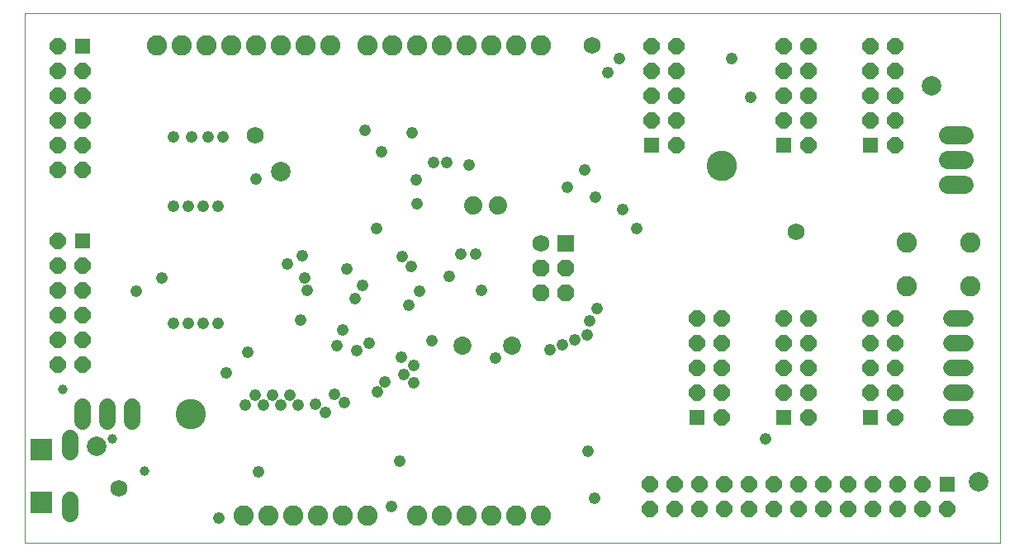
<source format=gbs>
G75*
%MOIN*%
%OFA0B0*%
%FSLAX24Y24*%
%IPPOS*%
%LPD*%
%AMOC8*
5,1,8,0,0,1.08239X$1,22.5*
%
%ADD10C,0.0000*%
%ADD11C,0.1222*%
%ADD12C,0.0820*%
%ADD13R,0.0640X0.0640*%
%ADD14OC8,0.0640*%
%ADD15C,0.0740*%
%ADD16C,0.0730*%
%ADD17C,0.0730*%
%ADD18C,0.0680*%
%ADD19OC8,0.0680*%
%ADD20R,0.0680X0.0680*%
%ADD21C,0.0674*%
%ADD22C,0.0680*%
%ADD23C,0.0787*%
%ADD24R,0.0867X0.0867*%
%ADD25C,0.0476*%
%ADD26C,0.0390*%
D10*
X009750Y000930D02*
X009750Y022326D01*
X049120Y022326D01*
X049120Y000930D01*
X009750Y000930D01*
X015879Y006125D02*
X015881Y006172D01*
X015887Y006219D01*
X015896Y006265D01*
X015910Y006310D01*
X015927Y006354D01*
X015948Y006397D01*
X015972Y006437D01*
X015999Y006476D01*
X016030Y006512D01*
X016063Y006545D01*
X016099Y006576D01*
X016138Y006603D01*
X016178Y006627D01*
X016221Y006648D01*
X016265Y006665D01*
X016310Y006679D01*
X016356Y006688D01*
X016403Y006694D01*
X016450Y006696D01*
X016497Y006694D01*
X016544Y006688D01*
X016590Y006679D01*
X016635Y006665D01*
X016679Y006648D01*
X016722Y006627D01*
X016762Y006603D01*
X016801Y006576D01*
X016837Y006545D01*
X016870Y006512D01*
X016901Y006476D01*
X016928Y006437D01*
X016952Y006397D01*
X016973Y006354D01*
X016990Y006310D01*
X017004Y006265D01*
X017013Y006219D01*
X017019Y006172D01*
X017021Y006125D01*
X017019Y006078D01*
X017013Y006031D01*
X017004Y005985D01*
X016990Y005940D01*
X016973Y005896D01*
X016952Y005853D01*
X016928Y005813D01*
X016901Y005774D01*
X016870Y005738D01*
X016837Y005705D01*
X016801Y005674D01*
X016762Y005647D01*
X016722Y005623D01*
X016679Y005602D01*
X016635Y005585D01*
X016590Y005571D01*
X016544Y005562D01*
X016497Y005556D01*
X016450Y005554D01*
X016403Y005556D01*
X016356Y005562D01*
X016310Y005571D01*
X016265Y005585D01*
X016221Y005602D01*
X016178Y005623D01*
X016138Y005647D01*
X016099Y005674D01*
X016063Y005705D01*
X016030Y005738D01*
X015999Y005774D01*
X015972Y005813D01*
X015948Y005853D01*
X015927Y005896D01*
X015910Y005940D01*
X015896Y005985D01*
X015887Y006031D01*
X015881Y006078D01*
X015879Y006125D01*
X037334Y016165D02*
X037336Y016212D01*
X037342Y016259D01*
X037351Y016305D01*
X037365Y016350D01*
X037382Y016394D01*
X037403Y016437D01*
X037427Y016477D01*
X037454Y016516D01*
X037485Y016552D01*
X037518Y016585D01*
X037554Y016616D01*
X037593Y016643D01*
X037633Y016667D01*
X037676Y016688D01*
X037720Y016705D01*
X037765Y016719D01*
X037811Y016728D01*
X037858Y016734D01*
X037905Y016736D01*
X037952Y016734D01*
X037999Y016728D01*
X038045Y016719D01*
X038090Y016705D01*
X038134Y016688D01*
X038177Y016667D01*
X038217Y016643D01*
X038256Y016616D01*
X038292Y016585D01*
X038325Y016552D01*
X038356Y016516D01*
X038383Y016477D01*
X038407Y016437D01*
X038428Y016394D01*
X038445Y016350D01*
X038459Y016305D01*
X038468Y016259D01*
X038474Y016212D01*
X038476Y016165D01*
X038474Y016118D01*
X038468Y016071D01*
X038459Y016025D01*
X038445Y015980D01*
X038428Y015936D01*
X038407Y015893D01*
X038383Y015853D01*
X038356Y015814D01*
X038325Y015778D01*
X038292Y015745D01*
X038256Y015714D01*
X038217Y015687D01*
X038177Y015663D01*
X038134Y015642D01*
X038090Y015625D01*
X038045Y015611D01*
X037999Y015602D01*
X037952Y015596D01*
X037905Y015594D01*
X037858Y015596D01*
X037811Y015602D01*
X037765Y015611D01*
X037720Y015625D01*
X037676Y015642D01*
X037633Y015663D01*
X037593Y015687D01*
X037554Y015714D01*
X037518Y015745D01*
X037485Y015778D01*
X037454Y015814D01*
X037427Y015853D01*
X037403Y015893D01*
X037382Y015936D01*
X037365Y015980D01*
X037351Y016025D01*
X037342Y016071D01*
X037336Y016118D01*
X037334Y016165D01*
D11*
X037905Y016165D03*
X016450Y006125D03*
D12*
X018600Y002030D03*
X019600Y002030D03*
X020600Y002030D03*
X021600Y002030D03*
X022600Y002030D03*
X023600Y002030D03*
X025600Y002030D03*
X026600Y002030D03*
X027600Y002030D03*
X028600Y002030D03*
X029600Y002030D03*
X030600Y002030D03*
X045370Y011290D03*
X047930Y011290D03*
X047930Y013070D03*
X045370Y013070D03*
X030600Y021030D03*
X029600Y021030D03*
X028600Y021030D03*
X027600Y021030D03*
X026600Y021030D03*
X025600Y021030D03*
X024600Y021030D03*
X023600Y021030D03*
X022100Y021030D03*
X021100Y021030D03*
X020100Y021030D03*
X019100Y021030D03*
X018100Y021030D03*
X017100Y021030D03*
X016100Y021030D03*
X015100Y021030D03*
D13*
X012100Y020980D03*
X012100Y013130D03*
X035050Y016980D03*
X040400Y016980D03*
X043900Y016980D03*
X043900Y005980D03*
X040400Y005980D03*
X036900Y005980D03*
X047000Y003280D03*
D14*
X046000Y003280D03*
X045000Y003280D03*
X044000Y003280D03*
X043000Y003280D03*
X042000Y003280D03*
X041000Y003280D03*
X040000Y003280D03*
X039000Y003280D03*
X038000Y003280D03*
X037000Y003280D03*
X036000Y003280D03*
X035000Y003280D03*
X035000Y002280D03*
X036000Y002280D03*
X037000Y002280D03*
X038000Y002280D03*
X039000Y002280D03*
X040000Y002280D03*
X041000Y002280D03*
X042000Y002280D03*
X043000Y002280D03*
X044000Y002280D03*
X045000Y002280D03*
X046000Y002280D03*
X047000Y002280D03*
X044900Y005980D03*
X044900Y006980D03*
X043900Y006980D03*
X043900Y007980D03*
X044900Y007980D03*
X044900Y008980D03*
X043900Y008980D03*
X043900Y009980D03*
X044900Y009980D03*
X041400Y009980D03*
X040400Y009980D03*
X040400Y008980D03*
X041400Y008980D03*
X041400Y007980D03*
X040400Y007980D03*
X040400Y006980D03*
X041400Y006980D03*
X041400Y005980D03*
X037900Y005980D03*
X037900Y006980D03*
X036900Y006980D03*
X036900Y007980D03*
X037900Y007980D03*
X037900Y008980D03*
X036900Y008980D03*
X036900Y009980D03*
X037900Y009980D03*
X036050Y016980D03*
X036050Y017980D03*
X035050Y017980D03*
X035050Y018980D03*
X036050Y018980D03*
X036050Y019980D03*
X035050Y019980D03*
X035050Y020980D03*
X036050Y020980D03*
X040400Y020980D03*
X041400Y020980D03*
X041400Y019980D03*
X040400Y019980D03*
X040400Y018980D03*
X041400Y018980D03*
X041400Y017980D03*
X040400Y017980D03*
X041400Y016980D03*
X043900Y017980D03*
X044900Y017980D03*
X044900Y016980D03*
X044900Y018980D03*
X043900Y018980D03*
X043900Y019980D03*
X044900Y019980D03*
X044900Y020980D03*
X043900Y020980D03*
X012100Y019980D03*
X011100Y019980D03*
X011100Y018980D03*
X012100Y018980D03*
X012100Y017980D03*
X011100Y017980D03*
X011100Y016980D03*
X012100Y016980D03*
X012100Y015980D03*
X011100Y015980D03*
X011100Y013130D03*
X011100Y012130D03*
X012100Y012130D03*
X012100Y011130D03*
X011100Y011130D03*
X011100Y010130D03*
X012100Y010130D03*
X012100Y009130D03*
X011100Y009130D03*
X011100Y008130D03*
X012100Y008130D03*
X011100Y020980D03*
D15*
X027860Y014560D03*
X028860Y014560D03*
D16*
X029430Y008890D03*
X027430Y008890D03*
D17*
X047045Y015410D02*
X047695Y015410D01*
X047695Y016410D02*
X047045Y016410D01*
X047045Y017410D02*
X047695Y017410D01*
D18*
X040900Y013480D03*
X030600Y013030D03*
X019050Y017380D03*
X032650Y021030D03*
X013550Y003130D03*
D19*
X030600Y011030D03*
X031600Y011030D03*
X031600Y012030D03*
X030600Y012030D03*
D20*
X031600Y013030D03*
D21*
X047153Y009980D02*
X047747Y009980D01*
X047747Y008980D02*
X047153Y008980D01*
X047153Y007980D02*
X047747Y007980D01*
X047747Y006980D02*
X047153Y006980D01*
X047153Y005980D02*
X047747Y005980D01*
X011612Y005178D02*
X011612Y004585D01*
X011612Y002675D02*
X011612Y002082D01*
D22*
X012100Y005830D02*
X012100Y006430D01*
X013100Y006430D02*
X013100Y005830D01*
X014100Y005830D02*
X014100Y006430D01*
D23*
X012650Y004830D03*
X020100Y015930D03*
X046350Y019380D03*
X048250Y003380D03*
D24*
X010419Y002557D03*
X010419Y004703D03*
D25*
X017600Y001930D03*
X019200Y003780D03*
X021900Y006180D03*
X021500Y006530D03*
X020800Y006480D03*
X020450Y006880D03*
X020100Y006480D03*
X019750Y006880D03*
X019400Y006480D03*
X019050Y006880D03*
X018650Y006480D03*
X017900Y007780D03*
X018750Y008630D03*
X017550Y009780D03*
X016950Y009780D03*
X016350Y009780D03*
X015750Y009780D03*
X014250Y011080D03*
X015300Y011630D03*
X020350Y012180D03*
X020950Y012530D03*
X021050Y011630D03*
X021150Y011130D03*
X022750Y011980D03*
X023400Y011330D03*
X023100Y010780D03*
X025250Y010530D03*
X025700Y011080D03*
X026900Y011680D03*
X028200Y011130D03*
X027950Y012580D03*
X027350Y012580D03*
X025350Y012080D03*
X025000Y012480D03*
X023950Y013630D03*
X025600Y014630D03*
X025550Y015580D03*
X026250Y016280D03*
X026800Y016280D03*
X027700Y016180D03*
X025400Y017480D03*
X024150Y016730D03*
X023500Y017580D03*
X019100Y015630D03*
X017550Y014530D03*
X016950Y014530D03*
X016350Y014530D03*
X015750Y014530D03*
X015750Y017330D03*
X016500Y017330D03*
X017150Y017330D03*
X017750Y017330D03*
X031650Y015280D03*
X032800Y014880D03*
X033900Y014380D03*
X034450Y013630D03*
X032350Y015980D03*
X039050Y018930D03*
X038300Y020480D03*
X033750Y020480D03*
X033300Y019930D03*
X032850Y010380D03*
X032550Y009880D03*
X032450Y009330D03*
X031950Y009130D03*
X031450Y008930D03*
X030950Y008730D03*
X028750Y008380D03*
X026200Y009080D03*
X024950Y008430D03*
X025450Y008080D03*
X025050Y007730D03*
X025450Y007380D03*
X024300Y007430D03*
X024000Y007030D03*
X022650Y006580D03*
X022250Y006930D03*
X023150Y008680D03*
X023650Y008980D03*
X022600Y009530D03*
X022350Y008880D03*
X020900Y009930D03*
X032500Y004630D03*
X032750Y002730D03*
X039650Y005130D03*
X024900Y004230D03*
X024550Y002380D03*
D26*
X014600Y003830D03*
X013300Y005130D03*
X011300Y007130D03*
M02*

</source>
